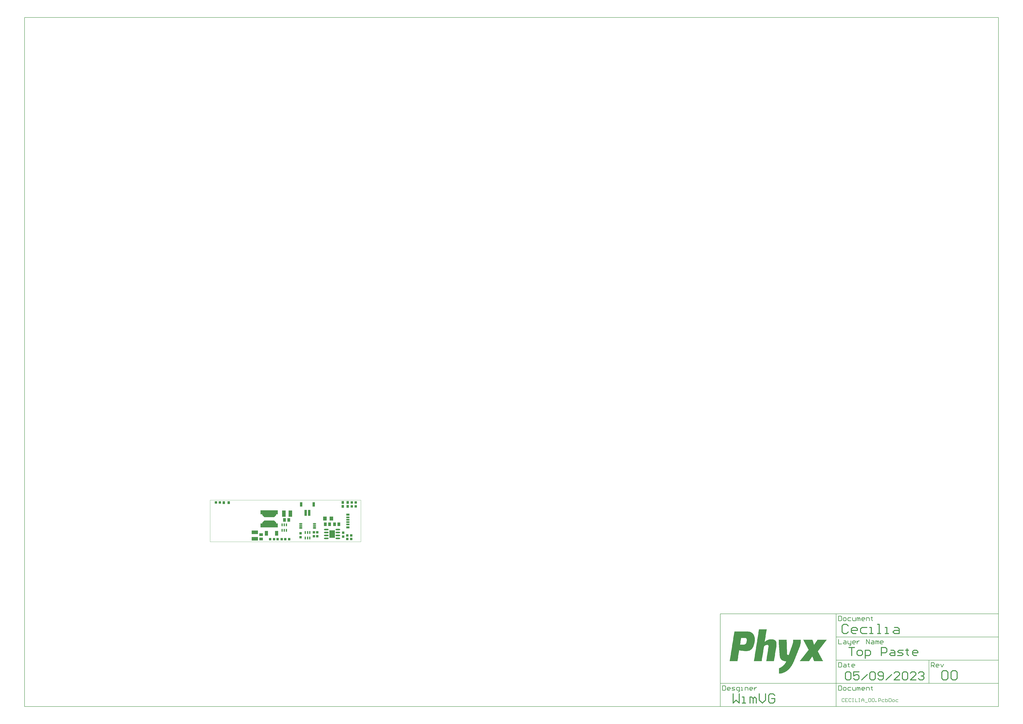
<source format=gtp>
G04*
G04 #@! TF.GenerationSoftware,Altium Limited,Altium Designer,23.8.1 (32)*
G04*
G04 Layer_Color=8421504*
%FSLAX25Y25*%
%MOIN*%
G70*
G04*
G04 #@! TF.SameCoordinates,025227D9-4B7A-4FEB-AE1B-E4A00E2DEE92*
G04*
G04*
G04 #@! TF.FilePolarity,Positive*
G04*
G01*
G75*
%ADD10C,0.00787*%
%ADD12C,0.00394*%
%ADD13C,0.00984*%
%ADD14C,0.01575*%
%ADD20R,0.05315X0.03543*%
%ADD21R,0.05315X0.03150*%
%ADD22R,0.05315X0.02756*%
%ADD23R,0.04331X0.03937*%
%ADD24R,0.03937X0.05118*%
%ADD25R,0.29528X0.07087*%
%ADD26R,0.03937X0.09843*%
%ADD27R,0.04331X0.07480*%
%ADD28R,0.05118X0.05906*%
%ADD29O,0.07874X0.02362*%
%ADD30R,0.09488X0.12992*%
%ADD31R,0.03937X0.04331*%
%ADD32R,0.05906X0.05118*%
%ADD33R,0.14567X0.04331*%
%ADD34R,0.23622X0.04724*%
%ADD35R,0.05512X0.08268*%
%ADD36R,0.10630X0.06299*%
%ADD37R,0.06299X0.10630*%
%ADD38R,0.02362X0.04528*%
%ADD39O,0.05512X0.01772*%
%ADD40R,0.06299X0.07087*%
G36*
X112205Y45276D02*
X108661Y41732D01*
X92126D01*
X88583Y45276D01*
Y51575D01*
X112205D01*
X112205Y45276D01*
D02*
G37*
G36*
X112205Y32677D02*
X112205Y26378D01*
X88583D01*
Y32677D01*
X92126Y36220D01*
X108661Y36220D01*
X112205Y32677D01*
D02*
G37*
G36*
X1047062Y-166394D02*
X1046775D01*
Y-166681D01*
X1046489D01*
Y-166967D01*
Y-167253D01*
X1046203D01*
Y-167539D01*
X1045916D01*
Y-167826D01*
X1045630D01*
Y-168112D01*
Y-168398D01*
X1045344D01*
Y-168685D01*
X1045057D01*
Y-168971D01*
X1044771D01*
Y-169257D01*
X1044485D01*
Y-169544D01*
Y-169830D01*
X1044198D01*
Y-170116D01*
X1043912D01*
Y-170403D01*
X1043626D01*
Y-170689D01*
Y-170975D01*
X1043340D01*
Y-171262D01*
X1043053D01*
Y-171548D01*
X1042767D01*
Y-171834D01*
X1042480D01*
Y-172120D01*
Y-172407D01*
X1042194D01*
Y-172693D01*
X1041908D01*
Y-172979D01*
X1041622D01*
Y-173266D01*
Y-173552D01*
X1041335D01*
Y-173838D01*
X1041049D01*
Y-174125D01*
X1040763D01*
Y-174411D01*
Y-174697D01*
X1040476D01*
Y-174984D01*
X1040190D01*
Y-175270D01*
X1039904D01*
Y-175556D01*
X1039617D01*
Y-175842D01*
Y-176129D01*
X1039331D01*
Y-176415D01*
X1039045D01*
Y-176701D01*
X1038758D01*
Y-176988D01*
Y-177274D01*
X1038472D01*
Y-177560D01*
X1038186D01*
Y-177847D01*
X1037899D01*
Y-178133D01*
Y-178419D01*
X1037613D01*
Y-178706D01*
X1037327D01*
Y-178992D01*
X1037041D01*
Y-179278D01*
X1036754D01*
Y-179565D01*
Y-179851D01*
X1036468D01*
Y-180137D01*
X1036182D01*
Y-180423D01*
X1035895D01*
Y-180710D01*
Y-180996D01*
X1035609D01*
Y-181282D01*
X1035323D01*
Y-181569D01*
X1035036D01*
Y-181855D01*
Y-182141D01*
X1034750D01*
Y-182428D01*
X1034464D01*
Y-182714D01*
X1034177D01*
Y-183000D01*
X1033891D01*
Y-183287D01*
Y-183573D01*
X1033605D01*
Y-183859D01*
X1033319D01*
Y-184146D01*
X1033032D01*
Y-184432D01*
Y-184718D01*
X1032746D01*
Y-185004D01*
X1032460D01*
Y-185291D01*
X1032173D01*
Y-185577D01*
X1031887D01*
Y-185863D01*
Y-186150D01*
X1032173D01*
Y-186436D01*
Y-186722D01*
X1032460D01*
Y-187009D01*
Y-187295D01*
X1032746D01*
Y-187581D01*
X1033032D01*
Y-187868D01*
Y-188154D01*
X1033319D01*
Y-188440D01*
Y-188727D01*
X1033605D01*
Y-189013D01*
Y-189299D01*
X1033891D01*
Y-189585D01*
Y-189872D01*
X1034177D01*
Y-190158D01*
Y-190444D01*
X1034464D01*
Y-190731D01*
Y-191017D01*
X1034750D01*
Y-191303D01*
Y-191590D01*
X1035036D01*
Y-191876D01*
Y-192162D01*
X1035323D01*
Y-192449D01*
X1035609D01*
Y-192735D01*
Y-193021D01*
X1035895D01*
Y-193308D01*
Y-193594D01*
X1036182D01*
Y-193880D01*
Y-194167D01*
X1036468D01*
Y-194453D01*
Y-194739D01*
X1036754D01*
Y-195025D01*
Y-195312D01*
X1037041D01*
Y-195598D01*
Y-195884D01*
X1037327D01*
Y-196171D01*
Y-196457D01*
X1037613D01*
Y-196743D01*
X1037899D01*
Y-197030D01*
Y-197316D01*
X1038186D01*
Y-197602D01*
Y-197889D01*
X1038472D01*
Y-198175D01*
Y-198461D01*
X1038758D01*
Y-198748D01*
Y-199034D01*
X1039045D01*
Y-199320D01*
Y-199606D01*
X1039331D01*
Y-199893D01*
Y-200179D01*
X1039617D01*
Y-200465D01*
Y-200752D01*
X1039904D01*
Y-201038D01*
X1040190D01*
Y-201324D01*
Y-201611D01*
X1040476D01*
Y-201897D01*
Y-202183D01*
X1040763D01*
Y-202470D01*
X1025588D01*
Y-202183D01*
X1025302D01*
Y-201897D01*
Y-201611D01*
Y-201324D01*
X1025016D01*
Y-201038D01*
Y-200752D01*
Y-200465D01*
X1024729D01*
Y-200179D01*
Y-199893D01*
X1024443D01*
Y-199606D01*
Y-199320D01*
Y-199034D01*
X1024156D01*
Y-198748D01*
Y-198461D01*
Y-198175D01*
X1023870D01*
Y-197889D01*
Y-197602D01*
X1023584D01*
Y-197316D01*
Y-197030D01*
Y-196743D01*
X1023298D01*
Y-196457D01*
Y-196171D01*
Y-195884D01*
X1023011D01*
Y-195598D01*
Y-195312D01*
Y-195025D01*
X1022725D01*
Y-194739D01*
X1022152D01*
Y-195025D01*
Y-195312D01*
X1021866D01*
Y-195598D01*
X1021580D01*
Y-195884D01*
Y-196171D01*
X1021293D01*
Y-196457D01*
X1021007D01*
Y-196743D01*
Y-197030D01*
X1020721D01*
Y-197316D01*
X1020434D01*
Y-197602D01*
Y-197889D01*
X1020148D01*
Y-198175D01*
X1019862D01*
Y-198461D01*
X1019576D01*
Y-198748D01*
Y-199034D01*
X1019289D01*
Y-199320D01*
X1019003D01*
Y-199606D01*
Y-199893D01*
X1018717D01*
Y-200179D01*
X1018430D01*
Y-200465D01*
Y-200752D01*
X1018144D01*
Y-201038D01*
X1017858D01*
Y-201324D01*
Y-201611D01*
X1017571D01*
Y-201897D01*
X1017285D01*
Y-202183D01*
Y-202470D01*
X1001252D01*
Y-202183D01*
X1001538D01*
Y-201897D01*
X1001824D01*
Y-201611D01*
X1002110D01*
Y-201324D01*
X1002397D01*
Y-201038D01*
Y-200752D01*
X1002683D01*
Y-200465D01*
X1002969D01*
Y-200179D01*
X1003256D01*
Y-199893D01*
X1003542D01*
Y-199606D01*
Y-199320D01*
X1003828D01*
Y-199034D01*
X1004115D01*
Y-198748D01*
X1004401D01*
Y-198461D01*
Y-198175D01*
X1004687D01*
Y-197889D01*
X1004974D01*
Y-197602D01*
X1005260D01*
Y-197316D01*
X1005546D01*
Y-197030D01*
Y-196743D01*
X1005832D01*
Y-196457D01*
X1006119D01*
Y-196171D01*
X1006405D01*
Y-195884D01*
X1006691D01*
Y-195598D01*
Y-195312D01*
X1006978D01*
Y-195025D01*
X1007264D01*
Y-194739D01*
X1007550D01*
Y-194453D01*
Y-194167D01*
X1007837D01*
Y-193880D01*
X1008123D01*
Y-193594D01*
X1008409D01*
Y-193308D01*
X1008696D01*
Y-193021D01*
Y-192735D01*
X1008982D01*
Y-192449D01*
X1009268D01*
Y-192162D01*
X1009555D01*
Y-191876D01*
Y-191590D01*
X1009841D01*
Y-191303D01*
X1010127D01*
Y-191017D01*
X1010413D01*
Y-190731D01*
X1010700D01*
Y-190444D01*
Y-190158D01*
X1010986D01*
Y-189872D01*
X1011272D01*
Y-189585D01*
X1011559D01*
Y-189299D01*
Y-189013D01*
X1011845D01*
Y-188727D01*
X1012131D01*
Y-188440D01*
X1012418D01*
Y-188154D01*
X1012704D01*
Y-187868D01*
Y-187581D01*
X1012990D01*
Y-187295D01*
X1013277D01*
Y-187009D01*
X1013563D01*
Y-186722D01*
X1013849D01*
Y-186436D01*
Y-186150D01*
X1014136D01*
Y-185863D01*
X1014422D01*
Y-185577D01*
X1014708D01*
Y-185291D01*
Y-185004D01*
X1014995D01*
Y-184718D01*
X1015281D01*
Y-184432D01*
X1015567D01*
Y-184146D01*
X1015853D01*
Y-183859D01*
Y-183573D01*
X1016140D01*
Y-183287D01*
Y-183000D01*
Y-182714D01*
X1015853D01*
Y-182428D01*
X1015567D01*
Y-182141D01*
Y-181855D01*
X1015281D01*
Y-181569D01*
Y-181282D01*
X1014995D01*
Y-180996D01*
Y-180710D01*
X1014708D01*
Y-180423D01*
Y-180137D01*
X1014422D01*
Y-179851D01*
Y-179565D01*
X1014136D01*
Y-179278D01*
Y-178992D01*
X1013849D01*
Y-178706D01*
X1013563D01*
Y-178419D01*
Y-178133D01*
X1013277D01*
Y-177847D01*
Y-177560D01*
X1012990D01*
Y-177274D01*
Y-176988D01*
X1012704D01*
Y-176701D01*
Y-176415D01*
X1012418D01*
Y-176129D01*
Y-175842D01*
X1012131D01*
Y-175556D01*
Y-175270D01*
X1011845D01*
Y-174984D01*
X1011559D01*
Y-174697D01*
Y-174411D01*
X1011272D01*
Y-174125D01*
Y-173838D01*
X1010986D01*
Y-173552D01*
Y-173266D01*
X1010700D01*
Y-172979D01*
Y-172693D01*
X1010413D01*
Y-172407D01*
Y-172120D01*
X1010127D01*
Y-171834D01*
Y-171548D01*
X1009841D01*
Y-171262D01*
Y-170975D01*
X1009555D01*
Y-170689D01*
X1009268D01*
Y-170403D01*
Y-170116D01*
X1008982D01*
Y-169830D01*
Y-169544D01*
X1008696D01*
Y-169257D01*
Y-168971D01*
X1008409D01*
Y-168685D01*
Y-168398D01*
X1008123D01*
Y-168112D01*
Y-167826D01*
X1007837D01*
Y-167539D01*
Y-167253D01*
X1007550D01*
Y-166967D01*
X1007264D01*
Y-166681D01*
Y-166394D01*
X1006978D01*
Y-166108D01*
X1022725D01*
Y-166394D01*
X1023011D01*
Y-166681D01*
Y-166967D01*
Y-167253D01*
X1023298D01*
Y-167539D01*
Y-167826D01*
Y-168112D01*
X1023584D01*
Y-168398D01*
Y-168685D01*
Y-168971D01*
X1023870D01*
Y-169257D01*
Y-169544D01*
Y-169830D01*
X1024156D01*
Y-170116D01*
Y-170403D01*
Y-170689D01*
X1024443D01*
Y-170975D01*
Y-171262D01*
Y-171548D01*
X1024729D01*
Y-171834D01*
Y-172120D01*
Y-172407D01*
X1025016D01*
Y-172693D01*
Y-172979D01*
Y-173266D01*
X1025302D01*
Y-173552D01*
Y-173838D01*
Y-174125D01*
Y-174411D01*
X1025874D01*
Y-174125D01*
X1026161D01*
Y-173838D01*
X1026447D01*
Y-173552D01*
Y-173266D01*
X1026733D01*
Y-172979D01*
X1027020D01*
Y-172693D01*
Y-172407D01*
X1027306D01*
Y-172120D01*
X1027592D01*
Y-171834D01*
Y-171548D01*
X1027879D01*
Y-171262D01*
X1028165D01*
Y-170975D01*
Y-170689D01*
X1028451D01*
Y-170403D01*
X1028738D01*
Y-170116D01*
Y-169830D01*
X1029024D01*
Y-169544D01*
X1029310D01*
Y-169257D01*
Y-168971D01*
X1029597D01*
Y-168685D01*
X1029883D01*
Y-168398D01*
Y-168112D01*
X1030169D01*
Y-167826D01*
X1030455D01*
Y-167539D01*
Y-167253D01*
X1030742D01*
Y-166967D01*
X1031028D01*
Y-166681D01*
Y-166394D01*
X1031314D01*
Y-166108D01*
X1047062D01*
Y-166394D01*
D02*
G37*
G36*
X913926Y-152365D02*
X915644D01*
Y-152651D01*
X916503D01*
Y-152937D01*
X917362D01*
Y-153224D01*
X918221D01*
Y-153510D01*
X918793D01*
Y-153796D01*
X919080D01*
Y-154083D01*
X919652D01*
Y-154369D01*
X919939D01*
Y-154655D01*
X920511D01*
Y-154942D01*
X920798D01*
Y-155228D01*
X921084D01*
Y-155514D01*
X921370D01*
Y-155801D01*
X921657D01*
Y-156087D01*
X921943D01*
Y-156373D01*
X922229D01*
Y-156659D01*
Y-156946D01*
X922515D01*
Y-157232D01*
X922802D01*
Y-157518D01*
Y-157805D01*
X923088D01*
Y-158091D01*
X923374D01*
Y-158377D01*
Y-158664D01*
X923661D01*
Y-158950D01*
Y-159236D01*
Y-159523D01*
X923947D01*
Y-159809D01*
Y-160095D01*
Y-160382D01*
X924233D01*
Y-160668D01*
Y-160954D01*
Y-161240D01*
Y-161527D01*
X924520D01*
Y-161813D01*
Y-162100D01*
Y-162386D01*
Y-162672D01*
Y-162958D01*
X924806D01*
Y-163245D01*
Y-163531D01*
Y-163817D01*
Y-164104D01*
Y-164390D01*
Y-164676D01*
Y-164963D01*
Y-165249D01*
Y-165535D01*
Y-165822D01*
Y-166108D01*
Y-166394D01*
Y-166681D01*
Y-166967D01*
Y-167253D01*
Y-167539D01*
Y-167826D01*
Y-168112D01*
Y-168398D01*
Y-168685D01*
X924520D01*
Y-168971D01*
Y-169257D01*
Y-169544D01*
Y-169830D01*
Y-170116D01*
Y-170403D01*
Y-170689D01*
X924233D01*
Y-170975D01*
Y-171262D01*
Y-171548D01*
Y-171834D01*
Y-172120D01*
X923947D01*
Y-172407D01*
Y-172693D01*
Y-172979D01*
Y-173266D01*
Y-173552D01*
X923661D01*
Y-173838D01*
Y-174125D01*
Y-174411D01*
X923374D01*
Y-174697D01*
Y-174984D01*
Y-175270D01*
Y-175556D01*
X923088D01*
Y-175842D01*
Y-176129D01*
Y-176415D01*
X922802D01*
Y-176701D01*
Y-176988D01*
X922515D01*
Y-177274D01*
Y-177560D01*
Y-177847D01*
X922229D01*
Y-178133D01*
Y-178419D01*
X921943D01*
Y-178706D01*
Y-178992D01*
X921657D01*
Y-179278D01*
Y-179565D01*
X921370D01*
Y-179851D01*
X921084D01*
Y-180137D01*
Y-180423D01*
X920798D01*
Y-180710D01*
X920511D01*
Y-180996D01*
X920225D01*
Y-181282D01*
Y-181569D01*
X919939D01*
Y-181855D01*
X919652D01*
Y-182141D01*
X919366D01*
Y-182428D01*
X919080D01*
Y-182714D01*
X918793D01*
Y-183000D01*
X918221D01*
Y-183287D01*
X917934D01*
Y-183573D01*
X917362D01*
Y-183859D01*
X917076D01*
Y-184146D01*
X916503D01*
Y-184432D01*
X915644D01*
Y-184718D01*
X914785D01*
Y-185004D01*
X913926D01*
Y-185291D01*
X912208D01*
Y-185577D01*
X907055D01*
Y-185291D01*
X904478D01*
Y-185004D01*
X902474D01*
Y-184718D01*
X901042D01*
Y-184432D01*
X899610D01*
Y-184146D01*
X898179D01*
Y-184432D01*
Y-184718D01*
Y-185004D01*
Y-185291D01*
Y-185577D01*
Y-185863D01*
Y-186150D01*
X897892D01*
Y-186436D01*
Y-186722D01*
Y-187009D01*
Y-187295D01*
Y-187581D01*
Y-187868D01*
X897606D01*
Y-188154D01*
Y-188440D01*
Y-188727D01*
Y-189013D01*
Y-189299D01*
Y-189585D01*
X897320D01*
Y-189872D01*
Y-190158D01*
Y-190444D01*
Y-190731D01*
Y-191017D01*
Y-191303D01*
Y-191590D01*
X897034D01*
Y-191876D01*
Y-192162D01*
Y-192449D01*
Y-192735D01*
Y-193021D01*
Y-193308D01*
X896747D01*
Y-193594D01*
Y-193880D01*
Y-194167D01*
Y-194453D01*
Y-194739D01*
Y-195025D01*
X896461D01*
Y-195312D01*
Y-195598D01*
Y-195884D01*
Y-196171D01*
Y-196457D01*
Y-196743D01*
Y-197030D01*
X896175D01*
Y-197316D01*
Y-197602D01*
Y-197889D01*
Y-198175D01*
Y-198461D01*
Y-198748D01*
X895888D01*
Y-199034D01*
Y-199320D01*
Y-199606D01*
Y-199893D01*
Y-200179D01*
Y-200465D01*
X895602D01*
Y-200752D01*
Y-201038D01*
Y-201324D01*
Y-201611D01*
Y-201897D01*
Y-202183D01*
Y-202470D01*
X882145D01*
Y-202183D01*
X882432D01*
Y-201897D01*
Y-201611D01*
Y-201324D01*
Y-201038D01*
Y-200752D01*
X882718D01*
Y-200465D01*
Y-200179D01*
Y-199893D01*
Y-199606D01*
Y-199320D01*
Y-199034D01*
Y-198748D01*
X883004D01*
Y-198461D01*
Y-198175D01*
Y-197889D01*
Y-197602D01*
Y-197316D01*
Y-197030D01*
X883291D01*
Y-196743D01*
Y-196457D01*
Y-196171D01*
Y-195884D01*
Y-195598D01*
Y-195312D01*
X883577D01*
Y-195025D01*
Y-194739D01*
Y-194453D01*
Y-194167D01*
Y-193880D01*
Y-193594D01*
Y-193308D01*
X883863D01*
Y-193021D01*
Y-192735D01*
Y-192449D01*
Y-192162D01*
Y-191876D01*
Y-191590D01*
X884149D01*
Y-191303D01*
Y-191017D01*
Y-190731D01*
Y-190444D01*
Y-190158D01*
Y-189872D01*
X884436D01*
Y-189585D01*
Y-189299D01*
Y-189013D01*
Y-188727D01*
Y-188440D01*
Y-188154D01*
X884722D01*
Y-187868D01*
Y-187581D01*
Y-187295D01*
Y-187009D01*
Y-186722D01*
Y-186436D01*
Y-186150D01*
X885009D01*
Y-185863D01*
Y-185577D01*
Y-185291D01*
Y-185004D01*
Y-184718D01*
Y-184432D01*
X885295D01*
Y-184146D01*
Y-183859D01*
Y-183573D01*
Y-183287D01*
Y-183000D01*
Y-182714D01*
X885581D01*
Y-182428D01*
Y-182141D01*
Y-181855D01*
Y-181569D01*
Y-181282D01*
Y-180996D01*
X885867D01*
Y-180710D01*
Y-180423D01*
Y-180137D01*
Y-179851D01*
Y-179565D01*
Y-179278D01*
Y-178992D01*
X886154D01*
Y-178706D01*
Y-178419D01*
Y-178133D01*
Y-177847D01*
Y-177560D01*
Y-177274D01*
X886440D01*
Y-176988D01*
Y-176701D01*
Y-176415D01*
Y-176129D01*
Y-175842D01*
Y-175556D01*
X886726D01*
Y-175270D01*
Y-174984D01*
Y-174697D01*
Y-174411D01*
Y-174125D01*
Y-173838D01*
Y-173552D01*
X887013D01*
Y-173266D01*
Y-172979D01*
Y-172693D01*
Y-172407D01*
Y-172120D01*
Y-171834D01*
X887299D01*
Y-171548D01*
Y-171262D01*
Y-170975D01*
Y-170689D01*
Y-170403D01*
Y-170116D01*
X887585D01*
Y-169830D01*
Y-169544D01*
Y-169257D01*
Y-168971D01*
Y-168685D01*
Y-168398D01*
X887872D01*
Y-168112D01*
Y-167826D01*
Y-167539D01*
Y-167253D01*
Y-166967D01*
Y-166681D01*
Y-166394D01*
X888158D01*
Y-166108D01*
Y-165822D01*
Y-165535D01*
Y-165249D01*
Y-164963D01*
Y-164676D01*
X888444D01*
Y-164390D01*
Y-164104D01*
Y-163817D01*
Y-163531D01*
Y-163245D01*
Y-162958D01*
X888731D01*
Y-162672D01*
Y-162386D01*
Y-162100D01*
Y-161813D01*
Y-161527D01*
Y-161240D01*
Y-160954D01*
X889017D01*
Y-160668D01*
Y-160382D01*
Y-160095D01*
Y-159809D01*
Y-159523D01*
Y-159236D01*
X889303D01*
Y-158950D01*
Y-158664D01*
Y-158377D01*
Y-158091D01*
Y-157805D01*
Y-157518D01*
X889590D01*
Y-157232D01*
Y-156946D01*
Y-156659D01*
Y-156373D01*
Y-156087D01*
Y-155801D01*
Y-155514D01*
X889876D01*
Y-155228D01*
Y-154942D01*
Y-154655D01*
Y-154369D01*
Y-154083D01*
Y-153796D01*
X890162D01*
Y-153510D01*
Y-153224D01*
Y-152937D01*
Y-152651D01*
Y-152365D01*
Y-152078D01*
X913926D01*
Y-152365D01*
D02*
G37*
G36*
X1002969Y-166394D02*
Y-166681D01*
Y-166967D01*
Y-167253D01*
Y-167539D01*
Y-167826D01*
Y-168112D01*
Y-168398D01*
Y-168685D01*
Y-168971D01*
Y-169257D01*
Y-169544D01*
Y-169830D01*
Y-170116D01*
Y-170403D01*
Y-170689D01*
Y-170975D01*
Y-171262D01*
Y-171548D01*
Y-171834D01*
Y-172120D01*
X1002683D01*
Y-172407D01*
Y-172693D01*
Y-172979D01*
Y-173266D01*
Y-173552D01*
X1002397D01*
Y-173838D01*
Y-174125D01*
Y-174411D01*
Y-174697D01*
X1002110D01*
Y-174984D01*
Y-175270D01*
Y-175556D01*
Y-175842D01*
X1001824D01*
Y-176129D01*
Y-176415D01*
Y-176701D01*
X1001538D01*
Y-176988D01*
Y-177274D01*
Y-177560D01*
X1001252D01*
Y-177847D01*
Y-178133D01*
Y-178419D01*
X1000965D01*
Y-178706D01*
Y-178992D01*
Y-179278D01*
X1000679D01*
Y-179565D01*
Y-179851D01*
X1000393D01*
Y-180137D01*
Y-180423D01*
X1000106D01*
Y-180710D01*
Y-180996D01*
Y-181282D01*
X999820D01*
Y-181569D01*
Y-181855D01*
X999534D01*
Y-182141D01*
Y-182428D01*
Y-182714D01*
X999247D01*
Y-183000D01*
Y-183287D01*
X998961D01*
Y-183573D01*
Y-183859D01*
Y-184146D01*
X998675D01*
Y-184432D01*
Y-184718D01*
X998388D01*
Y-185004D01*
Y-185291D01*
Y-185577D01*
X998102D01*
Y-185863D01*
Y-186150D01*
X997816D01*
Y-186436D01*
Y-186722D01*
Y-187009D01*
X997529D01*
Y-187295D01*
Y-187581D01*
X997243D01*
Y-187868D01*
Y-188154D01*
Y-188440D01*
X996957D01*
Y-188727D01*
Y-189013D01*
X996671D01*
Y-189299D01*
Y-189585D01*
Y-189872D01*
X996384D01*
Y-190158D01*
Y-190444D01*
X996098D01*
Y-190731D01*
Y-191017D01*
Y-191303D01*
X995811D01*
Y-191590D01*
Y-191876D01*
X995525D01*
Y-192162D01*
Y-192449D01*
Y-192735D01*
X995239D01*
Y-193021D01*
Y-193308D01*
X994953D01*
Y-193594D01*
Y-193880D01*
Y-194167D01*
X994666D01*
Y-194453D01*
Y-194739D01*
X994380D01*
Y-195025D01*
Y-195312D01*
Y-195598D01*
X994094D01*
Y-195884D01*
Y-196171D01*
X993807D01*
Y-196457D01*
Y-196743D01*
Y-197030D01*
X993521D01*
Y-197316D01*
Y-197602D01*
X993235D01*
Y-197889D01*
Y-198175D01*
Y-198461D01*
X992948D01*
Y-198748D01*
Y-199034D01*
X992662D01*
Y-199320D01*
Y-199606D01*
Y-199893D01*
X992376D01*
Y-200179D01*
Y-200465D01*
X992089D01*
Y-200752D01*
Y-201038D01*
Y-201324D01*
X991803D01*
Y-201611D01*
Y-201897D01*
X991517D01*
Y-202183D01*
Y-202470D01*
Y-202756D01*
X991230D01*
Y-203042D01*
Y-203328D01*
X990944D01*
Y-203615D01*
Y-203901D01*
X990658D01*
Y-204187D01*
Y-204474D01*
X990372D01*
Y-204760D01*
Y-205046D01*
Y-205333D01*
X990085D01*
Y-205619D01*
X989799D01*
Y-205905D01*
Y-206192D01*
Y-206478D01*
X989513D01*
Y-206764D01*
X989226D01*
Y-207051D01*
Y-207337D01*
X988940D01*
Y-207623D01*
Y-207909D01*
X988654D01*
Y-208196D01*
Y-208482D01*
X988367D01*
Y-208769D01*
Y-209055D01*
X988081D01*
Y-209341D01*
X987795D01*
Y-209627D01*
Y-209914D01*
X987508D01*
Y-210200D01*
Y-210486D01*
X987222D01*
Y-210773D01*
X986936D01*
Y-211059D01*
X986650D01*
Y-211345D01*
Y-211632D01*
X986363D01*
Y-211918D01*
X986077D01*
Y-212204D01*
Y-212491D01*
X985791D01*
Y-212777D01*
X985504D01*
Y-213063D01*
X985218D01*
Y-213350D01*
Y-213636D01*
X984932D01*
Y-213922D01*
X984645D01*
Y-214208D01*
X984359D01*
Y-214495D01*
X984073D01*
Y-214781D01*
X983786D01*
Y-215067D01*
Y-215354D01*
X983500D01*
Y-215640D01*
X983214D01*
Y-215926D01*
X982928D01*
Y-216213D01*
X982641D01*
Y-216499D01*
X982355D01*
Y-216785D01*
X982069D01*
Y-217072D01*
X981782D01*
Y-217358D01*
X981210D01*
Y-217644D01*
X980923D01*
Y-217931D01*
X980637D01*
Y-218217D01*
X980351D01*
Y-218503D01*
X980064D01*
Y-218789D01*
X979492D01*
Y-219076D01*
X979205D01*
Y-219362D01*
X978633D01*
Y-219648D01*
X978347D01*
Y-219935D01*
X977774D01*
Y-220221D01*
X977487D01*
Y-220507D01*
X976915D01*
Y-220794D01*
X976342D01*
Y-221080D01*
X975770D01*
Y-221366D01*
X975197D01*
Y-221653D01*
X974624D01*
Y-221939D01*
X973765D01*
Y-222225D01*
X973193D01*
Y-222512D01*
X972334D01*
Y-222798D01*
X971189D01*
Y-223084D01*
X970043D01*
Y-223370D01*
X968326D01*
Y-223657D01*
X966321D01*
Y-223943D01*
X966035D01*
Y-223657D01*
Y-223370D01*
Y-223084D01*
Y-222798D01*
Y-222512D01*
Y-222225D01*
Y-221939D01*
Y-221653D01*
Y-221366D01*
Y-221080D01*
Y-220794D01*
Y-220507D01*
Y-220221D01*
Y-219935D01*
Y-219648D01*
Y-219362D01*
Y-219076D01*
Y-218789D01*
Y-218503D01*
Y-218217D01*
Y-217931D01*
Y-217644D01*
Y-217358D01*
Y-217072D01*
Y-216785D01*
Y-216499D01*
Y-216213D01*
Y-215926D01*
Y-215640D01*
Y-215354D01*
Y-215067D01*
Y-214781D01*
Y-214495D01*
X966608D01*
Y-214208D01*
X967180D01*
Y-213922D01*
X967753D01*
Y-213636D01*
X968326D01*
Y-213350D01*
X968898D01*
Y-213063D01*
X969471D01*
Y-212777D01*
X969757D01*
Y-212491D01*
X970330D01*
Y-212204D01*
X970616D01*
Y-211918D01*
X971189D01*
Y-211632D01*
X971475D01*
Y-211345D01*
X971761D01*
Y-211059D01*
X972334D01*
Y-210773D01*
X972620D01*
Y-210486D01*
X972906D01*
Y-210200D01*
X973193D01*
Y-209914D01*
X973479D01*
Y-209627D01*
X973765D01*
Y-209341D01*
X974052D01*
Y-209055D01*
X974338D01*
Y-208769D01*
X974624D01*
Y-208482D01*
X974911D01*
Y-208196D01*
X975197D01*
Y-207909D01*
X975483D01*
Y-207623D01*
Y-207337D01*
X975770D01*
Y-207051D01*
X976056D01*
Y-206764D01*
X976342D01*
Y-206478D01*
Y-206192D01*
X976629D01*
Y-205905D01*
X976915D01*
Y-205619D01*
Y-205333D01*
X977201D01*
Y-205046D01*
Y-204760D01*
X977487D01*
Y-204474D01*
X977774D01*
Y-204187D01*
Y-203901D01*
X978060D01*
Y-203615D01*
Y-203328D01*
X978347D01*
Y-203042D01*
Y-202756D01*
X976629D01*
Y-202470D01*
X974624D01*
Y-202183D01*
X973479D01*
Y-201897D01*
X972906D01*
Y-201611D01*
X972048D01*
Y-201324D01*
X971475D01*
Y-201038D01*
X971189D01*
Y-200752D01*
X970616D01*
Y-200465D01*
X970330D01*
Y-200179D01*
X970043D01*
Y-199893D01*
X969757D01*
Y-199606D01*
X969471D01*
Y-199320D01*
X969184D01*
Y-199034D01*
Y-198748D01*
X968898D01*
Y-198461D01*
X968612D01*
Y-198175D01*
Y-197889D01*
X968326D01*
Y-197602D01*
Y-197316D01*
X968039D01*
Y-197030D01*
Y-196743D01*
X967753D01*
Y-196457D01*
Y-196171D01*
Y-195884D01*
X967467D01*
Y-195598D01*
Y-195312D01*
Y-195025D01*
Y-194739D01*
X967180D01*
Y-194453D01*
Y-194167D01*
Y-193880D01*
Y-193594D01*
Y-193308D01*
Y-193021D01*
Y-192735D01*
X966894D01*
Y-192449D01*
Y-192162D01*
Y-191876D01*
Y-191590D01*
Y-191303D01*
Y-191017D01*
Y-190731D01*
Y-190444D01*
Y-190158D01*
Y-189872D01*
Y-189585D01*
Y-189299D01*
Y-189013D01*
Y-188727D01*
Y-188440D01*
X966608D01*
Y-188154D01*
Y-187868D01*
Y-187581D01*
Y-187295D01*
Y-187009D01*
Y-186722D01*
Y-186436D01*
Y-186150D01*
Y-185863D01*
Y-185577D01*
Y-185291D01*
Y-185004D01*
Y-184718D01*
Y-184432D01*
Y-184146D01*
X966321D01*
Y-183859D01*
Y-183573D01*
Y-183287D01*
Y-183000D01*
Y-182714D01*
Y-182428D01*
Y-182141D01*
Y-181855D01*
Y-181569D01*
Y-181282D01*
Y-180996D01*
Y-180710D01*
Y-180423D01*
Y-180137D01*
Y-179851D01*
Y-179565D01*
X966035D01*
Y-179278D01*
Y-178992D01*
Y-178706D01*
Y-178419D01*
Y-178133D01*
Y-177847D01*
Y-177560D01*
Y-177274D01*
Y-176988D01*
Y-176701D01*
Y-176415D01*
Y-176129D01*
Y-175842D01*
Y-175556D01*
Y-175270D01*
Y-174984D01*
X965749D01*
Y-174697D01*
Y-174411D01*
Y-174125D01*
Y-173838D01*
Y-173552D01*
Y-173266D01*
Y-172979D01*
Y-172693D01*
Y-172407D01*
Y-172120D01*
Y-171834D01*
Y-171548D01*
Y-171262D01*
Y-170975D01*
X965462D01*
Y-170689D01*
Y-170403D01*
Y-170116D01*
Y-169830D01*
Y-169544D01*
Y-169257D01*
Y-168971D01*
Y-168685D01*
Y-168398D01*
Y-168112D01*
Y-167826D01*
Y-167539D01*
Y-167253D01*
Y-166967D01*
Y-166681D01*
Y-166394D01*
X965176D01*
Y-166108D01*
X978919D01*
Y-166394D01*
Y-166681D01*
Y-166967D01*
Y-167253D01*
Y-167539D01*
Y-167826D01*
Y-168112D01*
Y-168398D01*
Y-168685D01*
Y-168971D01*
Y-169257D01*
Y-169544D01*
Y-169830D01*
Y-170116D01*
X979205D01*
Y-170403D01*
Y-170689D01*
Y-170975D01*
Y-171262D01*
Y-171548D01*
Y-171834D01*
Y-172120D01*
Y-172407D01*
Y-172693D01*
Y-172979D01*
Y-173266D01*
Y-173552D01*
Y-173838D01*
Y-174125D01*
Y-174411D01*
Y-174697D01*
Y-174984D01*
Y-175270D01*
Y-175556D01*
Y-175842D01*
Y-176129D01*
Y-176415D01*
Y-176701D01*
Y-176988D01*
Y-177274D01*
Y-177560D01*
Y-177847D01*
Y-178133D01*
Y-178419D01*
Y-178706D01*
Y-178992D01*
Y-179278D01*
Y-179565D01*
Y-179851D01*
Y-180137D01*
Y-180423D01*
Y-180710D01*
Y-180996D01*
Y-181282D01*
Y-181569D01*
Y-181855D01*
X979492D01*
Y-182141D01*
X979205D01*
Y-182428D01*
Y-182714D01*
X979492D01*
Y-183000D01*
Y-183287D01*
Y-183573D01*
Y-183859D01*
Y-184146D01*
Y-184432D01*
Y-184718D01*
Y-185004D01*
Y-185291D01*
Y-185577D01*
Y-185863D01*
Y-186150D01*
Y-186436D01*
Y-186722D01*
Y-187009D01*
Y-187295D01*
Y-187581D01*
Y-187868D01*
Y-188154D01*
Y-188440D01*
Y-188727D01*
Y-189013D01*
Y-189299D01*
Y-189585D01*
Y-189872D01*
Y-190158D01*
X979778D01*
Y-190444D01*
Y-190731D01*
Y-191017D01*
X980064D01*
Y-191303D01*
X980351D01*
Y-191590D01*
X980637D01*
Y-191876D01*
X981496D01*
Y-192162D01*
X982355D01*
Y-191876D01*
X982641D01*
Y-191590D01*
Y-191303D01*
Y-191017D01*
X982928D01*
Y-190731D01*
Y-190444D01*
X983214D01*
Y-190158D01*
Y-189872D01*
Y-189585D01*
X983500D01*
Y-189299D01*
Y-189013D01*
Y-188727D01*
X983786D01*
Y-188440D01*
Y-188154D01*
Y-187868D01*
X984073D01*
Y-187581D01*
Y-187295D01*
Y-187009D01*
X984359D01*
Y-186722D01*
Y-186436D01*
X984645D01*
Y-186150D01*
Y-185863D01*
Y-185577D01*
X984932D01*
Y-185291D01*
Y-185004D01*
Y-184718D01*
X985218D01*
Y-184432D01*
Y-184146D01*
Y-183859D01*
X985504D01*
Y-183573D01*
Y-183287D01*
X985791D01*
Y-183000D01*
Y-182714D01*
Y-182428D01*
X986077D01*
Y-182141D01*
Y-181855D01*
Y-181569D01*
X986363D01*
Y-181282D01*
Y-180996D01*
Y-180710D01*
X986650D01*
Y-180423D01*
Y-180137D01*
X986936D01*
Y-179851D01*
Y-179565D01*
Y-179278D01*
X987222D01*
Y-178992D01*
Y-178706D01*
Y-178419D01*
X987508D01*
Y-178133D01*
Y-177847D01*
Y-177560D01*
X987795D01*
Y-177274D01*
Y-176988D01*
X988081D01*
Y-176701D01*
Y-176415D01*
Y-176129D01*
X988367D01*
Y-175842D01*
Y-175556D01*
Y-175270D01*
X988654D01*
Y-174984D01*
Y-174697D01*
Y-174411D01*
X988940D01*
Y-174125D01*
Y-173838D01*
Y-173552D01*
Y-173266D01*
X989226D01*
Y-172979D01*
Y-172693D01*
Y-172407D01*
Y-172120D01*
X989513D01*
Y-171834D01*
Y-171548D01*
Y-171262D01*
Y-170975D01*
Y-170689D01*
X989799D01*
Y-170403D01*
Y-170116D01*
Y-169830D01*
Y-169544D01*
Y-169257D01*
Y-168971D01*
X990085D01*
Y-168685D01*
Y-168398D01*
Y-168112D01*
Y-167826D01*
Y-167539D01*
Y-167253D01*
Y-166967D01*
Y-166681D01*
Y-166394D01*
Y-166108D01*
X1002969D01*
Y-166394D01*
D02*
G37*
G36*
X945134Y-148929D02*
Y-149215D01*
X944848D01*
Y-149502D01*
Y-149788D01*
Y-150074D01*
Y-150361D01*
Y-150647D01*
Y-150933D01*
X944561D01*
Y-151220D01*
Y-151506D01*
Y-151792D01*
Y-152078D01*
Y-152365D01*
Y-152651D01*
X944275D01*
Y-152937D01*
Y-153224D01*
Y-153510D01*
Y-153796D01*
Y-154083D01*
Y-154369D01*
Y-154655D01*
X943989D01*
Y-154942D01*
Y-155228D01*
Y-155514D01*
Y-155801D01*
Y-156087D01*
Y-156373D01*
X943703D01*
Y-156659D01*
Y-156946D01*
Y-157232D01*
Y-157518D01*
Y-157805D01*
Y-158091D01*
X943416D01*
Y-158377D01*
Y-158664D01*
Y-158950D01*
Y-159236D01*
Y-159523D01*
Y-159809D01*
Y-160095D01*
X943130D01*
Y-160382D01*
Y-160668D01*
Y-160954D01*
Y-161240D01*
Y-161527D01*
Y-161813D01*
X942844D01*
Y-162100D01*
Y-162386D01*
Y-162672D01*
Y-162958D01*
Y-163245D01*
Y-163531D01*
X942557D01*
Y-163817D01*
Y-164104D01*
Y-164390D01*
Y-164676D01*
Y-164963D01*
Y-165249D01*
X942271D01*
Y-165535D01*
Y-165822D01*
Y-166108D01*
Y-166394D01*
Y-166681D01*
Y-166967D01*
Y-167253D01*
X941985D01*
Y-167539D01*
Y-167826D01*
Y-168112D01*
Y-168398D01*
Y-168685D01*
Y-168971D01*
X941698D01*
Y-169257D01*
Y-169544D01*
X942271D01*
Y-169257D01*
X942557D01*
Y-168971D01*
X942844D01*
Y-168685D01*
X943416D01*
Y-168398D01*
X943703D01*
Y-168112D01*
X943989D01*
Y-167826D01*
X944561D01*
Y-167539D01*
X945134D01*
Y-167253D01*
X945420D01*
Y-166967D01*
X945993D01*
Y-166681D01*
X946852D01*
Y-166394D01*
X947425D01*
Y-166108D01*
X948284D01*
Y-165822D01*
X949715D01*
Y-165535D01*
X956014D01*
Y-165822D01*
X957159D01*
Y-166108D01*
X958018D01*
Y-166394D01*
X958591D01*
Y-166681D01*
X958877D01*
Y-166967D01*
X959450D01*
Y-167253D01*
X959736D01*
Y-167539D01*
X960022D01*
Y-167826D01*
X960309D01*
Y-168112D01*
X960595D01*
Y-168398D01*
Y-168685D01*
X960881D01*
Y-168971D01*
Y-169257D01*
X961168D01*
Y-169544D01*
Y-169830D01*
Y-170116D01*
X961454D01*
Y-170403D01*
Y-170689D01*
Y-170975D01*
Y-171262D01*
X961740D01*
Y-171548D01*
Y-171834D01*
Y-172120D01*
Y-172407D01*
Y-172693D01*
Y-172979D01*
Y-173266D01*
Y-173552D01*
Y-173838D01*
Y-174125D01*
Y-174411D01*
Y-174697D01*
Y-174984D01*
Y-175270D01*
Y-175556D01*
Y-175842D01*
Y-176129D01*
Y-176415D01*
X961454D01*
Y-176701D01*
Y-176988D01*
Y-177274D01*
Y-177560D01*
Y-177847D01*
Y-178133D01*
Y-178419D01*
X961168D01*
Y-178706D01*
Y-178992D01*
Y-179278D01*
Y-179565D01*
Y-179851D01*
Y-180137D01*
Y-180423D01*
X960881D01*
Y-180710D01*
Y-180996D01*
Y-181282D01*
Y-181569D01*
Y-181855D01*
Y-182141D01*
X960595D01*
Y-182428D01*
Y-182714D01*
Y-183000D01*
Y-183287D01*
Y-183573D01*
Y-183859D01*
X960309D01*
Y-184146D01*
Y-184432D01*
Y-184718D01*
Y-185004D01*
Y-185291D01*
Y-185577D01*
X960022D01*
Y-185863D01*
Y-186150D01*
Y-186436D01*
Y-186722D01*
Y-187009D01*
Y-187295D01*
Y-187581D01*
X959736D01*
Y-187868D01*
Y-188154D01*
Y-188440D01*
Y-188727D01*
Y-189013D01*
Y-189299D01*
X959450D01*
Y-189585D01*
Y-189872D01*
Y-190158D01*
Y-190444D01*
Y-190731D01*
Y-191017D01*
X959163D01*
Y-191303D01*
Y-191590D01*
Y-191876D01*
Y-192162D01*
Y-192449D01*
Y-192735D01*
Y-193021D01*
X958877D01*
Y-193308D01*
Y-193594D01*
Y-193880D01*
Y-194167D01*
Y-194453D01*
Y-194739D01*
X958591D01*
Y-195025D01*
Y-195312D01*
Y-195598D01*
Y-195884D01*
Y-196171D01*
Y-196457D01*
X958305D01*
Y-196743D01*
Y-197030D01*
Y-197316D01*
Y-197602D01*
Y-197889D01*
Y-198175D01*
X958018D01*
Y-198461D01*
Y-198748D01*
Y-199034D01*
Y-199320D01*
Y-199606D01*
Y-199893D01*
Y-200179D01*
X957732D01*
Y-200465D01*
Y-200752D01*
Y-201038D01*
Y-201324D01*
Y-201611D01*
Y-201897D01*
X957446D01*
Y-202183D01*
Y-202470D01*
X944275D01*
Y-202183D01*
Y-201897D01*
X944561D01*
Y-201611D01*
Y-201324D01*
Y-201038D01*
Y-200752D01*
Y-200465D01*
Y-200179D01*
X944848D01*
Y-199893D01*
Y-199606D01*
Y-199320D01*
Y-199034D01*
Y-198748D01*
Y-198461D01*
Y-198175D01*
X945134D01*
Y-197889D01*
Y-197602D01*
Y-197316D01*
Y-197030D01*
Y-196743D01*
Y-196457D01*
X945420D01*
Y-196171D01*
Y-195884D01*
Y-195598D01*
Y-195312D01*
Y-195025D01*
Y-194739D01*
X945707D01*
Y-194453D01*
Y-194167D01*
Y-193880D01*
Y-193594D01*
Y-193308D01*
Y-193021D01*
Y-192735D01*
X945993D01*
Y-192449D01*
Y-192162D01*
Y-191876D01*
Y-191590D01*
Y-191303D01*
Y-191017D01*
X946279D01*
Y-190731D01*
Y-190444D01*
Y-190158D01*
Y-189872D01*
Y-189585D01*
Y-189299D01*
Y-189013D01*
X946566D01*
Y-188727D01*
Y-188440D01*
Y-188154D01*
Y-187868D01*
Y-187581D01*
Y-187295D01*
X946852D01*
Y-187009D01*
Y-186722D01*
Y-186436D01*
Y-186150D01*
Y-185863D01*
Y-185577D01*
X947138D01*
Y-185291D01*
Y-185004D01*
Y-184718D01*
Y-184432D01*
Y-184146D01*
Y-183859D01*
X947425D01*
Y-183573D01*
Y-183287D01*
Y-183000D01*
Y-182714D01*
Y-182428D01*
Y-182141D01*
Y-181855D01*
X947711D01*
Y-181569D01*
Y-181282D01*
Y-180996D01*
Y-180710D01*
Y-180423D01*
Y-180137D01*
X947997D01*
Y-179851D01*
Y-179565D01*
Y-179278D01*
Y-178992D01*
Y-178706D01*
Y-178419D01*
Y-178133D01*
X948284D01*
Y-177847D01*
Y-177560D01*
Y-177274D01*
Y-176988D01*
Y-176701D01*
Y-176415D01*
X947997D01*
Y-176129D01*
Y-175842D01*
X947711D01*
Y-175556D01*
X947425D01*
Y-175270D01*
X946852D01*
Y-174984D01*
X945134D01*
Y-175270D01*
X943703D01*
Y-175556D01*
X942844D01*
Y-175842D01*
X942271D01*
Y-176129D01*
X941985D01*
Y-176415D01*
X941412D01*
Y-176701D01*
X941126D01*
Y-176988D01*
X940839D01*
Y-177274D01*
Y-177560D01*
X940553D01*
Y-177847D01*
Y-178133D01*
Y-178419D01*
X940267D01*
Y-178706D01*
Y-178992D01*
Y-179278D01*
Y-179565D01*
Y-179851D01*
Y-180137D01*
X939981D01*
Y-180423D01*
Y-180710D01*
Y-180996D01*
Y-181282D01*
Y-181569D01*
Y-181855D01*
Y-182141D01*
X939694D01*
Y-182428D01*
Y-182714D01*
Y-183000D01*
Y-183287D01*
Y-183573D01*
Y-183859D01*
X939408D01*
Y-184146D01*
Y-184432D01*
Y-184718D01*
Y-185004D01*
Y-185291D01*
Y-185577D01*
X939122D01*
Y-185863D01*
Y-186150D01*
Y-186436D01*
Y-186722D01*
Y-187009D01*
Y-187295D01*
X938835D01*
Y-187581D01*
Y-187868D01*
Y-188154D01*
Y-188440D01*
Y-188727D01*
Y-189013D01*
Y-189299D01*
X938549D01*
Y-189585D01*
Y-189872D01*
Y-190158D01*
Y-190444D01*
Y-190731D01*
Y-191017D01*
X938263D01*
Y-191303D01*
Y-191590D01*
Y-191876D01*
Y-192162D01*
Y-192449D01*
Y-192735D01*
X937976D01*
Y-193021D01*
Y-193308D01*
Y-193594D01*
Y-193880D01*
Y-194167D01*
Y-194453D01*
Y-194739D01*
X937690D01*
Y-195025D01*
Y-195312D01*
Y-195598D01*
Y-195884D01*
Y-196171D01*
Y-196457D01*
X937404D01*
Y-196743D01*
Y-197030D01*
Y-197316D01*
Y-197602D01*
Y-197889D01*
Y-198175D01*
X937117D01*
Y-198461D01*
Y-198748D01*
Y-199034D01*
Y-199320D01*
Y-199606D01*
Y-199893D01*
X936831D01*
Y-200179D01*
Y-200465D01*
Y-200752D01*
Y-201038D01*
Y-201324D01*
Y-201611D01*
Y-201897D01*
X936545D01*
Y-202183D01*
Y-202470D01*
X923374D01*
Y-202183D01*
Y-201897D01*
X923661D01*
Y-201611D01*
Y-201324D01*
Y-201038D01*
Y-200752D01*
Y-200465D01*
Y-200179D01*
Y-199893D01*
X923947D01*
Y-199606D01*
Y-199320D01*
Y-199034D01*
Y-198748D01*
Y-198461D01*
Y-198175D01*
X924233D01*
Y-197889D01*
Y-197602D01*
Y-197316D01*
Y-197030D01*
Y-196743D01*
Y-196457D01*
X924520D01*
Y-196171D01*
Y-195884D01*
Y-195598D01*
Y-195312D01*
Y-195025D01*
Y-194739D01*
Y-194453D01*
X924806D01*
Y-194167D01*
Y-193880D01*
Y-193594D01*
Y-193308D01*
Y-193021D01*
Y-192735D01*
X925092D01*
Y-192449D01*
Y-192162D01*
Y-191876D01*
Y-191590D01*
Y-191303D01*
Y-191017D01*
X925379D01*
Y-190731D01*
Y-190444D01*
Y-190158D01*
Y-189872D01*
Y-189585D01*
Y-189299D01*
X925665D01*
Y-189013D01*
Y-188727D01*
Y-188440D01*
Y-188154D01*
Y-187868D01*
Y-187581D01*
Y-187295D01*
X925951D01*
Y-187009D01*
Y-186722D01*
Y-186436D01*
Y-186150D01*
Y-185863D01*
Y-185577D01*
X926237D01*
Y-185291D01*
Y-185004D01*
Y-184718D01*
Y-184432D01*
Y-184146D01*
Y-183859D01*
X926524D01*
Y-183573D01*
Y-183287D01*
Y-183000D01*
Y-182714D01*
Y-182428D01*
Y-182141D01*
Y-181855D01*
X926810D01*
Y-181569D01*
Y-181282D01*
Y-180996D01*
Y-180710D01*
Y-180423D01*
Y-180137D01*
X927096D01*
Y-179851D01*
Y-179565D01*
Y-179278D01*
Y-178992D01*
Y-178706D01*
Y-178419D01*
X927383D01*
Y-178133D01*
Y-177847D01*
Y-177560D01*
Y-177274D01*
Y-176988D01*
Y-176701D01*
X927669D01*
Y-176415D01*
Y-176129D01*
Y-175842D01*
Y-175556D01*
Y-175270D01*
Y-174984D01*
Y-174697D01*
X927955D01*
Y-174411D01*
Y-174125D01*
Y-173838D01*
Y-173552D01*
Y-173266D01*
Y-172979D01*
X928242D01*
Y-172693D01*
Y-172407D01*
Y-172120D01*
Y-171834D01*
Y-171548D01*
Y-171262D01*
X928528D01*
Y-170975D01*
Y-170689D01*
Y-170403D01*
Y-170116D01*
Y-169830D01*
Y-169544D01*
X928814D01*
Y-169257D01*
Y-168971D01*
Y-168685D01*
Y-168398D01*
Y-168112D01*
Y-167826D01*
Y-167539D01*
X929101D01*
Y-167253D01*
Y-166967D01*
Y-166681D01*
Y-166394D01*
Y-166108D01*
Y-165822D01*
X929387D01*
Y-165535D01*
Y-165249D01*
Y-164963D01*
Y-164676D01*
Y-164390D01*
Y-164104D01*
X929673D01*
Y-163817D01*
Y-163531D01*
Y-163245D01*
Y-162958D01*
Y-162672D01*
Y-162386D01*
Y-162100D01*
X929960D01*
Y-161813D01*
Y-161527D01*
Y-161240D01*
Y-160954D01*
Y-160668D01*
Y-160382D01*
X930246D01*
Y-160095D01*
Y-159809D01*
Y-159523D01*
Y-159236D01*
Y-158950D01*
Y-158664D01*
X930532D01*
Y-158377D01*
Y-158091D01*
Y-157805D01*
Y-157518D01*
Y-157232D01*
Y-156946D01*
X930818D01*
Y-156659D01*
Y-156373D01*
Y-156087D01*
Y-155801D01*
Y-155514D01*
Y-155228D01*
Y-154942D01*
X931105D01*
Y-154655D01*
Y-154369D01*
Y-154083D01*
Y-153796D01*
Y-153510D01*
Y-153224D01*
X931391D01*
Y-152937D01*
Y-152651D01*
Y-152365D01*
Y-152078D01*
Y-151792D01*
Y-151506D01*
X931678D01*
Y-151220D01*
Y-150933D01*
Y-150647D01*
Y-150361D01*
Y-150074D01*
Y-149788D01*
Y-149502D01*
X931964D01*
Y-149215D01*
Y-148929D01*
Y-148643D01*
X945134D01*
Y-148929D01*
D02*
G37*
%LPC*%
G36*
X909631Y-163245D02*
X901615D01*
Y-163531D01*
Y-163817D01*
Y-164104D01*
Y-164390D01*
Y-164676D01*
X901328D01*
Y-164963D01*
Y-165249D01*
Y-165535D01*
Y-165822D01*
Y-166108D01*
Y-166394D01*
X901042D01*
Y-166681D01*
Y-166967D01*
Y-167253D01*
Y-167539D01*
Y-167826D01*
Y-168112D01*
X900756D01*
Y-168398D01*
Y-168685D01*
Y-168971D01*
Y-169257D01*
Y-169544D01*
Y-169830D01*
X900469D01*
Y-170116D01*
Y-170403D01*
Y-170689D01*
Y-170975D01*
Y-171262D01*
Y-171548D01*
Y-171834D01*
X900183D01*
Y-172120D01*
Y-172407D01*
Y-172693D01*
Y-172979D01*
Y-173266D01*
Y-173552D01*
X899897D01*
Y-173838D01*
Y-174125D01*
Y-174411D01*
X907055D01*
Y-174125D01*
X908200D01*
Y-173838D01*
X908772D01*
Y-173552D01*
X909059D01*
Y-173266D01*
X909345D01*
Y-172979D01*
X909631D01*
Y-172693D01*
X909918D01*
Y-172407D01*
Y-172120D01*
X910204D01*
Y-171834D01*
Y-171548D01*
X910490D01*
Y-171262D01*
Y-170975D01*
X910777D01*
Y-170689D01*
Y-170403D01*
Y-170116D01*
Y-169830D01*
X911063D01*
Y-169544D01*
Y-169257D01*
Y-168971D01*
Y-168685D01*
Y-168398D01*
X911349D01*
Y-168112D01*
Y-167826D01*
Y-167539D01*
Y-167253D01*
Y-166967D01*
Y-166681D01*
Y-166394D01*
Y-166108D01*
Y-165822D01*
Y-165535D01*
Y-165249D01*
X911063D01*
Y-164963D01*
Y-164676D01*
X910777D01*
Y-164390D01*
Y-164104D01*
X910490D01*
Y-163817D01*
X910204D01*
Y-163531D01*
X909631D01*
Y-163245D01*
D02*
G37*
%LPD*%
D10*
X1220472Y-240158D02*
Y-200787D01*
X1062992Y-161417D02*
X1338583D01*
X1062992Y-200787D02*
X1338583D01*
X866142Y-240158D02*
X1338583D01*
X866142Y-122047D02*
X1338583D01*
X866142Y-279527D02*
Y-122047D01*
X1062992Y-279527D02*
Y-122047D01*
X-314961Y889764D02*
X1338583D01*
Y-279527D02*
Y889764D01*
X-314961Y-279527D02*
Y889764D01*
Y-279527D02*
X1338583D01*
X1076770Y-266734D02*
X1075786Y-265750D01*
X1073819D01*
X1072835Y-266734D01*
Y-270670D01*
X1073819Y-271654D01*
X1075786D01*
X1076770Y-270670D01*
X1082674Y-265750D02*
X1078738D01*
Y-271654D01*
X1082674D01*
X1078738Y-268702D02*
X1080706D01*
X1088578Y-266734D02*
X1087594Y-265750D01*
X1085626D01*
X1084642Y-266734D01*
Y-270670D01*
X1085626Y-271654D01*
X1087594D01*
X1088578Y-270670D01*
X1090545Y-265750D02*
X1092513D01*
X1091529D01*
Y-271654D01*
X1090545D01*
X1092513D01*
X1095465Y-265750D02*
Y-271654D01*
X1099401D01*
X1101369Y-265750D02*
X1103337D01*
X1102353D01*
Y-271654D01*
X1101369D01*
X1103337D01*
X1106288D02*
Y-267718D01*
X1108256Y-265750D01*
X1110224Y-267718D01*
Y-271654D01*
Y-268702D01*
X1106288D01*
X1112192Y-272638D02*
X1116128D01*
X1118096Y-266734D02*
X1119079Y-265750D01*
X1121047D01*
X1122031Y-266734D01*
Y-270670D01*
X1121047Y-271654D01*
X1119079D01*
X1118096Y-270670D01*
Y-266734D01*
X1123999D02*
X1124983Y-265750D01*
X1126951D01*
X1127935Y-266734D01*
Y-270670D01*
X1126951Y-271654D01*
X1124983D01*
X1123999Y-270670D01*
Y-266734D01*
X1129903Y-271654D02*
Y-270670D01*
X1130887D01*
Y-271654D01*
X1129903D01*
X1134822D02*
Y-265750D01*
X1137774D01*
X1138758Y-266734D01*
Y-268702D01*
X1137774Y-269686D01*
X1134822D01*
X1144662Y-267718D02*
X1141710D01*
X1140726Y-268702D01*
Y-270670D01*
X1141710Y-271654D01*
X1144662D01*
X1146630Y-265750D02*
Y-271654D01*
X1149582D01*
X1150565Y-270670D01*
Y-269686D01*
Y-268702D01*
X1149582Y-267718D01*
X1146630D01*
X1152533Y-265750D02*
Y-271654D01*
X1155485D01*
X1156469Y-270670D01*
Y-266734D01*
X1155485Y-265750D01*
X1152533D01*
X1159421Y-271654D02*
X1161389D01*
X1162373Y-270670D01*
Y-268702D01*
X1161389Y-267718D01*
X1159421D01*
X1158437Y-268702D01*
Y-270670D01*
X1159421Y-271654D01*
X1168276Y-267718D02*
X1165324D01*
X1164340Y-268702D01*
Y-270670D01*
X1165324Y-271654D01*
X1168276D01*
D12*
X0Y-0D02*
X255906D01*
X0D02*
Y70866D01*
X255906Y-0D02*
Y70866D01*
X0D02*
X255906D01*
D13*
X1224409Y-212598D02*
Y-204727D01*
X1228345D01*
X1229657Y-206039D01*
Y-208663D01*
X1228345Y-209975D01*
X1224409D01*
X1227033D02*
X1229657Y-212598D01*
X1236217D02*
X1233593D01*
X1232281Y-211286D01*
Y-208663D01*
X1233593Y-207351D01*
X1236217D01*
X1237529Y-208663D01*
Y-209975D01*
X1232281D01*
X1240152Y-207351D02*
X1242776Y-212598D01*
X1245400Y-207351D01*
X870079Y-244097D02*
Y-251969D01*
X874014D01*
X875326Y-250657D01*
Y-245409D01*
X874014Y-244097D01*
X870079D01*
X881886Y-251969D02*
X879262D01*
X877950Y-250657D01*
Y-248033D01*
X879262Y-246721D01*
X881886D01*
X883198Y-248033D01*
Y-249345D01*
X877950D01*
X885822Y-251969D02*
X889757D01*
X891069Y-250657D01*
X889757Y-249345D01*
X887134D01*
X885822Y-248033D01*
X887134Y-246721D01*
X891069D01*
X896317Y-254592D02*
X897629D01*
X898941Y-253280D01*
Y-246721D01*
X895005D01*
X893693Y-248033D01*
Y-250657D01*
X895005Y-251969D01*
X898941D01*
X901565D02*
X904189D01*
X902877D01*
Y-246721D01*
X901565D01*
X908124Y-251969D02*
Y-246721D01*
X912060D01*
X913372Y-248033D01*
Y-251969D01*
X919931D02*
X917308D01*
X915996Y-250657D01*
Y-248033D01*
X917308Y-246721D01*
X919931D01*
X921243Y-248033D01*
Y-249345D01*
X915996D01*
X923867Y-246721D02*
Y-251969D01*
Y-249345D01*
X925179Y-248033D01*
X926491Y-246721D01*
X927803D01*
X1066929Y-125987D02*
Y-133858D01*
X1070865D01*
X1072177Y-132546D01*
Y-127299D01*
X1070865Y-125987D01*
X1066929D01*
X1076112Y-133858D02*
X1078736D01*
X1080048Y-132546D01*
Y-129922D01*
X1078736Y-128611D01*
X1076112D01*
X1074801Y-129922D01*
Y-132546D01*
X1076112Y-133858D01*
X1087920Y-128611D02*
X1083984D01*
X1082672Y-129922D01*
Y-132546D01*
X1083984Y-133858D01*
X1087920D01*
X1090544Y-128611D02*
Y-132546D01*
X1091856Y-133858D01*
X1095791D01*
Y-128611D01*
X1098415Y-133858D02*
Y-128611D01*
X1099727D01*
X1101039Y-129922D01*
Y-133858D01*
Y-129922D01*
X1102351Y-128611D01*
X1103663Y-129922D01*
Y-133858D01*
X1110222D02*
X1107598D01*
X1106287Y-132546D01*
Y-129922D01*
X1107598Y-128611D01*
X1110222D01*
X1111534Y-129922D01*
Y-131234D01*
X1106287D01*
X1114158Y-133858D02*
Y-128611D01*
X1118094D01*
X1119406Y-129922D01*
Y-133858D01*
X1123341Y-127299D02*
Y-128611D01*
X1122029D01*
X1124653D01*
X1123341D01*
Y-132546D01*
X1124653Y-133858D01*
X1066929Y-165357D02*
Y-173228D01*
X1072177D01*
X1076112Y-167981D02*
X1078736D01*
X1080048Y-169293D01*
Y-173228D01*
X1076112D01*
X1074801Y-171916D01*
X1076112Y-170605D01*
X1080048D01*
X1082672Y-167981D02*
Y-171916D01*
X1083984Y-173228D01*
X1087920D01*
Y-174540D01*
X1086608Y-175852D01*
X1085296D01*
X1087920Y-173228D02*
Y-167981D01*
X1094479Y-173228D02*
X1091856D01*
X1090544Y-171916D01*
Y-169293D01*
X1091856Y-167981D01*
X1094479D01*
X1095791Y-169293D01*
Y-170605D01*
X1090544D01*
X1098415Y-167981D02*
Y-173228D01*
Y-170605D01*
X1099727Y-169293D01*
X1101039Y-167981D01*
X1102351D01*
X1114158Y-173228D02*
Y-165357D01*
X1119406Y-173228D01*
Y-165357D01*
X1123341Y-167981D02*
X1125965D01*
X1127277Y-169293D01*
Y-173228D01*
X1123341D01*
X1122029Y-171916D01*
X1123341Y-170605D01*
X1127277D01*
X1129901Y-173228D02*
Y-167981D01*
X1131213D01*
X1132525Y-169293D01*
Y-173228D01*
Y-169293D01*
X1133837Y-167981D01*
X1135149Y-169293D01*
Y-173228D01*
X1141708D02*
X1139084D01*
X1137772Y-171916D01*
Y-169293D01*
X1139084Y-167981D01*
X1141708D01*
X1143020Y-169293D01*
Y-170605D01*
X1137772D01*
X1066929Y-204727D02*
Y-212598D01*
X1070865D01*
X1072177Y-211286D01*
Y-206039D01*
X1070865Y-204727D01*
X1066929D01*
X1076112Y-207351D02*
X1078736D01*
X1080048Y-208663D01*
Y-212598D01*
X1076112D01*
X1074801Y-211286D01*
X1076112Y-209975D01*
X1080048D01*
X1083984Y-206039D02*
Y-207351D01*
X1082672D01*
X1085296D01*
X1083984D01*
Y-211286D01*
X1085296Y-212598D01*
X1093167D02*
X1090544D01*
X1089232Y-211286D01*
Y-208663D01*
X1090544Y-207351D01*
X1093167D01*
X1094479Y-208663D01*
Y-209975D01*
X1089232D01*
X1066929Y-244097D02*
Y-251969D01*
X1070865D01*
X1072177Y-250657D01*
Y-245409D01*
X1070865Y-244097D01*
X1066929D01*
X1076112Y-251969D02*
X1078736D01*
X1080048Y-250657D01*
Y-248033D01*
X1078736Y-246721D01*
X1076112D01*
X1074801Y-248033D01*
Y-250657D01*
X1076112Y-251969D01*
X1087920Y-246721D02*
X1083984D01*
X1082672Y-248033D01*
Y-250657D01*
X1083984Y-251969D01*
X1087920D01*
X1090544Y-246721D02*
Y-250657D01*
X1091856Y-251969D01*
X1095791D01*
Y-246721D01*
X1098415Y-251969D02*
Y-246721D01*
X1099727D01*
X1101039Y-248033D01*
Y-251969D01*
Y-248033D01*
X1102351Y-246721D01*
X1103663Y-248033D01*
Y-251969D01*
X1110222D02*
X1107598D01*
X1106287Y-250657D01*
Y-248033D01*
X1107598Y-246721D01*
X1110222D01*
X1111534Y-248033D01*
Y-249345D01*
X1106287D01*
X1114158Y-251969D02*
Y-246721D01*
X1118094D01*
X1119406Y-248033D01*
Y-251969D01*
X1123341Y-245409D02*
Y-246721D01*
X1122029D01*
X1124653D01*
X1123341D01*
Y-250657D01*
X1124653Y-251969D01*
D14*
X1084646Y-179138D02*
X1093829D01*
X1089237D01*
Y-192913D01*
X1100717D02*
X1105308D01*
X1107604Y-190618D01*
Y-186026D01*
X1105308Y-183730D01*
X1100717D01*
X1098421Y-186026D01*
Y-190618D01*
X1100717Y-192913D01*
X1112196Y-197505D02*
Y-183730D01*
X1119083D01*
X1121379Y-186026D01*
Y-190618D01*
X1119083Y-192913D01*
X1112196D01*
X1139746D02*
Y-179138D01*
X1146634D01*
X1148929Y-181434D01*
Y-186026D01*
X1146634Y-188322D01*
X1139746D01*
X1155817Y-183730D02*
X1160409D01*
X1162704Y-186026D01*
Y-192913D01*
X1155817D01*
X1153521Y-190618D01*
X1155817Y-188322D01*
X1162704D01*
X1167296Y-192913D02*
X1174184D01*
X1176480Y-190618D01*
X1174184Y-188322D01*
X1169592D01*
X1167296Y-186026D01*
X1169592Y-183730D01*
X1176480D01*
X1183367Y-181434D02*
Y-183730D01*
X1181071D01*
X1185663D01*
X1183367D01*
Y-190618D01*
X1185663Y-192913D01*
X1199438D02*
X1194846D01*
X1192550Y-190618D01*
Y-186026D01*
X1194846Y-183730D01*
X1199438D01*
X1201734Y-186026D01*
Y-188322D01*
X1192550D01*
X887795Y-257879D02*
Y-273622D01*
X893043Y-268374D01*
X898291Y-273622D01*
Y-257879D01*
X903538Y-273622D02*
X908786D01*
X906162D01*
Y-263127D01*
X903538D01*
X916657Y-273622D02*
Y-263127D01*
X919281D01*
X921905Y-265751D01*
Y-273622D01*
Y-265751D01*
X924529Y-263127D01*
X927153Y-265751D01*
Y-273622D01*
X932400Y-257879D02*
Y-268374D01*
X937648Y-273622D01*
X942896Y-268374D01*
Y-257879D01*
X958638Y-260503D02*
X956015Y-257879D01*
X950767D01*
X948143Y-260503D01*
Y-270998D01*
X950767Y-273622D01*
X956015D01*
X958638Y-270998D01*
Y-265751D01*
X953391D01*
X1242126Y-221133D02*
X1244750Y-218509D01*
X1249998D01*
X1252621Y-221133D01*
Y-231628D01*
X1249998Y-234252D01*
X1244750D01*
X1242126Y-231628D01*
Y-221133D01*
X1257869D02*
X1260493Y-218509D01*
X1265740D01*
X1268364Y-221133D01*
Y-231628D01*
X1265740Y-234252D01*
X1260493D01*
X1257869Y-231628D01*
Y-221133D01*
X1078740Y-222773D02*
X1081036Y-220477D01*
X1085628D01*
X1087924Y-222773D01*
Y-231956D01*
X1085628Y-234252D01*
X1081036D01*
X1078740Y-231956D01*
Y-222773D01*
X1101699Y-220477D02*
X1092515D01*
Y-227364D01*
X1097107Y-225069D01*
X1099403D01*
X1101699Y-227364D01*
Y-231956D01*
X1099403Y-234252D01*
X1094811D01*
X1092515Y-231956D01*
X1106290Y-234252D02*
X1115474Y-225069D01*
X1120065Y-222773D02*
X1122361Y-220477D01*
X1126953D01*
X1129249Y-222773D01*
Y-231956D01*
X1126953Y-234252D01*
X1122361D01*
X1120065Y-231956D01*
Y-222773D01*
X1133840Y-231956D02*
X1136136Y-234252D01*
X1140728D01*
X1143024Y-231956D01*
Y-222773D01*
X1140728Y-220477D01*
X1136136D01*
X1133840Y-222773D01*
Y-225069D01*
X1136136Y-227364D01*
X1143024D01*
X1147616Y-234252D02*
X1156799Y-225069D01*
X1170574Y-234252D02*
X1161391D01*
X1170574Y-225069D01*
Y-222773D01*
X1168278Y-220477D01*
X1163686D01*
X1161391Y-222773D01*
X1175166D02*
X1177462Y-220477D01*
X1182053D01*
X1184349Y-222773D01*
Y-231956D01*
X1182053Y-234252D01*
X1177462D01*
X1175166Y-231956D01*
Y-222773D01*
X1198124Y-234252D02*
X1188941D01*
X1198124Y-225069D01*
Y-222773D01*
X1195828Y-220477D01*
X1191237D01*
X1188941Y-222773D01*
X1202716D02*
X1205012Y-220477D01*
X1209603D01*
X1211899Y-222773D01*
Y-225069D01*
X1209603Y-227364D01*
X1207308D01*
X1209603D01*
X1211899Y-229660D01*
Y-231956D01*
X1209603Y-234252D01*
X1205012D01*
X1202716Y-231956D01*
X1083330Y-142393D02*
X1080706Y-139769D01*
X1075459D01*
X1072835Y-142393D01*
Y-152888D01*
X1075459Y-155512D01*
X1080706D01*
X1083330Y-152888D01*
X1096449Y-155512D02*
X1091201D01*
X1088578Y-152888D01*
Y-147640D01*
X1091201Y-145017D01*
X1096449D01*
X1099073Y-147640D01*
Y-150264D01*
X1088578D01*
X1114816Y-145017D02*
X1106944D01*
X1104321Y-147640D01*
Y-152888D01*
X1106944Y-155512D01*
X1114816D01*
X1120063D02*
X1125311D01*
X1122687D01*
Y-145017D01*
X1120063D01*
X1133183Y-155512D02*
X1138430D01*
X1135806D01*
Y-139769D01*
X1133183D01*
X1146302Y-155512D02*
X1151549D01*
X1148925D01*
Y-145017D01*
X1146302D01*
X1162045D02*
X1167292D01*
X1169916Y-147640D01*
Y-155512D01*
X1162045D01*
X1159421Y-152888D01*
X1162045Y-150264D01*
X1169916D01*
D20*
X233858Y24606D02*
D03*
Y46260D02*
D03*
D21*
X233858Y41417D02*
D03*
X233858Y29449D02*
D03*
D22*
Y37402D02*
D03*
Y33465D02*
D03*
D23*
X240748Y66930D02*
D03*
X247441D02*
D03*
X108662Y4528D02*
D03*
X101969D02*
D03*
X127559Y4528D02*
D03*
X134252Y4528D02*
D03*
X114764D02*
D03*
X121457Y4528D02*
D03*
X247441Y60040D02*
D03*
X240748D02*
D03*
X232874Y4921D02*
D03*
X239567Y4921D02*
D03*
X232874Y10826D02*
D03*
X239567Y10826D02*
D03*
X9926Y66888D02*
D03*
X16619Y66888D02*
D03*
D24*
X225197Y66929D02*
D03*
X233465D02*
D03*
Y60039D02*
D03*
X225197D02*
D03*
X23227Y66535D02*
D03*
X31494D02*
D03*
D25*
X100394Y27953D02*
D03*
X100394Y50000D02*
D03*
D26*
X162402Y49213D02*
D03*
X168307D02*
D03*
D27*
X154724Y63386D02*
D03*
X175984D02*
D03*
D28*
X211280Y29980D02*
D03*
X218760Y29980D02*
D03*
X203012D02*
D03*
X195532Y29980D02*
D03*
X133661Y37008D02*
D03*
X126181D02*
D03*
D29*
X197303Y20748D02*
D03*
Y15748D02*
D03*
Y10748D02*
D03*
Y5748D02*
D03*
X216988Y20748D02*
D03*
X216988Y15748D02*
D03*
Y10748D02*
D03*
X216988Y5748D02*
D03*
D30*
X207146Y13248D02*
D03*
D31*
X225846Y8918D02*
D03*
X225847Y15611D02*
D03*
X153700Y7834D02*
D03*
Y14527D02*
D03*
X182087Y16141D02*
D03*
Y9448D02*
D03*
X176181D02*
D03*
Y16141D02*
D03*
D32*
X86614Y4724D02*
D03*
Y12205D02*
D03*
D33*
X100394Y33071D02*
D03*
Y44882D02*
D03*
D34*
Y48228D02*
D03*
Y29724D02*
D03*
D35*
X112992Y14370D02*
D03*
X95669D02*
D03*
D36*
X75787Y16142D02*
D03*
X75787Y5118D02*
D03*
D37*
X125394Y47835D02*
D03*
X136417D02*
D03*
D38*
X125984Y28839D02*
D03*
X122244Y19587D02*
D03*
X125984D02*
D03*
X129724D02*
D03*
Y28839D02*
D03*
X122244D02*
D03*
X165512Y6554D02*
D03*
X169252Y15806D02*
D03*
X165512D02*
D03*
X161772Y15806D02*
D03*
Y6554D02*
D03*
X169252Y6554D02*
D03*
D39*
X153898Y30767D02*
D03*
Y28208D02*
D03*
Y25649D02*
D03*
Y23090D02*
D03*
X177126Y30767D02*
D03*
Y28208D02*
D03*
Y25649D02*
D03*
Y23090D02*
D03*
D40*
X205949Y39520D02*
D03*
X194925Y39520D02*
D03*
M02*

</source>
